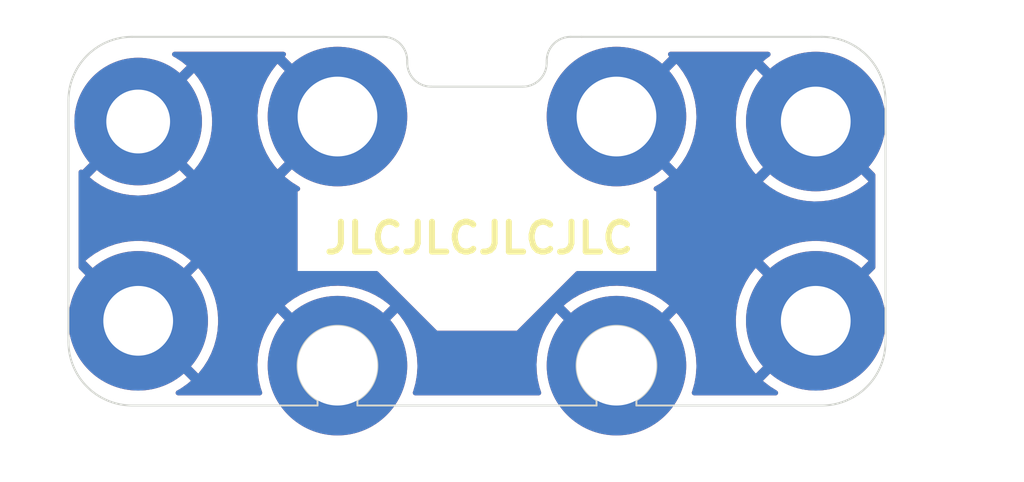
<source format=kicad_pcb>
(kicad_pcb (version 20211014) (generator pcbnew)
  (layers (0 "F.Cu" signal) (31 "B.Cu" signal) (34 "B.Paste" user) (35 "F.Paste" user) (36 "B.SilkS" user "B.Silkscreen") (37 "F.SilkS" user "F.Silkscreen") (38 "B.Mask" user) (39 "F.Mask" user) (44 "Edge.Cuts" user))
  (net 0 "")
  (net 1 "GND")
  (footprint "MountingHole:MountingHole_3.5mm_Pad" (layer "F.Cu") (at 17 47.75)
    (fp_text reference "H103")
    (fp_text value "MountingHole_Pad")
    (pad "1" thru_hole circle locked (at 0 0) (size 7 7) (drill 3.5) (layers *.Cu *.Mask) (net 1 "GND"))
  )
  (footprint "MountingHole:MountingHole_4mm_Pad" (layer "F.Cu") (at 27 50)
    (fp_text reference "H107")
    (fp_text value "MountingHole_Pad")
    (pad "1" thru_hole circle locked (at 0 0) (size 7 7) (drill 4) (layers *.Cu "F.Mask") (net 1 "GND"))
  )
  (footprint "MountingHole:MountingHole_4mm_Pad" (layer "F.Cu") (at 27 37.5)
    (fp_text reference "H105")
    (fp_text value "MountingHole_Pad")
    (pad "1" thru_hole circle locked (at 0 0) (size 7 7) (drill 4) (layers *.Cu "F.Mask") (net 1 "GND"))
  )
  (footprint "MountingHole:MountingHole_4mm_Pad" (layer "F.Cu") (at 41 37.5)
    (fp_text reference "H106")
    (fp_text value "MountingHole_Pad")
    (pad "1" thru_hole circle locked (at 0 0) (size 7 7) (drill 4) (layers *.Cu "F.Mask") (net 1 "GND"))
  )
  (footprint "MountingHole:MountingHole_3.5mm_Pad" (layer "F.Cu") (at 51 37.75)
    (fp_text reference "H102")
    (fp_text value "MountingHole_Pad")
    (pad "1" thru_hole circle locked (at 0 0) (size 7 7) (drill 3.5) (layers *.Cu *.Mask) (net 1 "GND"))
  )
  (footprint "MountingHole:MountingHole_3.5mm_Pad" (layer "F.Cu") (at 51 47.75)
    (fp_text reference "H104")
    (fp_text value "MountingHole_Pad")
    (pad "1" thru_hole circle locked (at 0 0) (size 7 7) (drill 3.5) (layers *.Cu *.Mask) (net 1 "GND"))
  )
  (footprint "MountingHole:MountingHole_4mm_Pad" (layer "F.Cu") (at 41 50)
    (fp_text reference "H108")
    (fp_text value "MountingHole_Pad")
    (pad "1" thru_hole circle locked (at 0 0) (size 7 7) (drill 4) (layers *.Cu "F.Mask") (net 1 "GND"))
  )
  (footprint "MountingHole:MountingHole_3.2mm_M3_Pad" (layer "F.Cu") (at 17 37.75)
    (fp_text reference "H101")
    (fp_text value "MountingHole_Pad")
    (pad "1" thru_hole circle locked (at 0 0) (size 6.4 6.4) (drill 3.2) (layers *.Cu *.Mask) (net 1 "GND"))
  )
  (gr_line (start 30.5 34.8) (end 30.5 34.7) (layer "Edge.Cuts") (width 0.1))
  (gr_arc (start 37.499998 34.699998) (mid 37.851471 33.85147) (end 38.7 33.5) (layer "Edge.Cuts") (width 0.1))
  (gr_line (start 42 51.73205) (end 42 52) (layer "Edge.Cuts") (width 0.1))
  (gr_line (start 16.7 33.5) (end 29.3 33.5) (layer "Edge.Cuts") (width 0.1))
  (gr_arc (start 16.7 52) (mid 14.437258 51.062742) (end 13.5 48.8) (layer "Edge.Cuts") (width 0.1))
  (gr_line (start 28 52) (end 40 52) (layer "Edge.Cuts") (width 0.1))
  (gr_line (start 50.75 33.5) (end 51.3 33.5) (layer "Edge.Cuts") (width 0.1))
  (gr_line (start 13.5 48.8) (end 13.5 36.7) (layer "Edge.Cuts") (width 0.1))
  (gr_arc (start 13.5 36.7) (mid 14.437258 34.437258) (end 16.7 33.5) (layer "Edge.Cuts") (width 0.1))
  (gr_line (start 39.25 33.5) (end 50.75 33.5) (layer "Edge.Cuts") (width 0.1))
  (gr_arc (start 40.000001 51.73205) (mid 41 48.000001) (end 42 51.73205) (layer "Edge.Cuts") (width 0.1))
  (gr_line (start 42 52) (end 51.3 52) (layer "Edge.Cuts") (width 0.1))
  (gr_arc (start 29.3 33.5) (mid 30.148528 33.851472) (end 30.5 34.7) (layer "Edge.Cuts") (width 0.1))
  (gr_line (start 39.25 33.5) (end 38.7 33.5) (layer "Edge.Cuts") (width 0.1))
  (gr_line (start 36.3 36) (end 31.7 36) (layer "Edge.Cuts") (width 0.1))
  (gr_arc (start 26.000001 51.73205) (mid 27 48.000001) (end 28 51.73205) (layer "Edge.Cuts") (width 0.1))
  (gr_line (start 28 51.73205) (end 28 52) (layer "Edge.Cuts") (width 0.1))
  (gr_line (start 40 52) (end 40 51.73205) (layer "Edge.Cuts") (width 0.1))
  (gr_arc (start 54.5 48.8) (mid 53.562742 51.062742) (end 51.3 52) (layer "Edge.Cuts") (width 0.1))
  (gr_line (start 26 52) (end 26 51.73205) (layer "Edge.Cuts") (width 0.1))
  (gr_arc (start 37.5 34.8) (mid 37.148528 35.648528) (end 36.3 36) (layer "Edge.Cuts") (width 0.1))
  (gr_arc (start 51.3 33.5) (mid 53.562742 34.437258) (end 54.5 36.7) (layer "Edge.Cuts") (width 0.1))
  (gr_line (start 37.5 34.7) (end 37.5 34.8) (layer "Edge.Cuts") (width 0.1))
  (gr_arc (start 31.7 36) (mid 30.851472 35.648528) (end 30.5 34.8) (layer "Edge.Cuts") (width 0.1))
  (gr_line (start 54.5 36.7) (end 54.5 48.8) (layer "Edge.Cuts") (width 0.1))
  (gr_line (start 16.7 52) (end 26 52) (layer "Edge.Cuts") (width 0.1))
  (gr_text "JLCJLCJLCJLC" (at 34.1 43.6) (layer "F.SilkS") (effects (font (size 1.5 1.5) (thickness 0.3))))
  (zone (net 0) (net_name "") (layers F&B.Cu) (connect_pads (clearance 0)) (min_thickness 0.254)
    (keepout (tracks allowed) (vias allowed) (pads allowed) (copperpour not_allowed) (footprints allowed))
    (fill (thermal_gap 0.508) (thermal_bridge_width 0.508))
    (polygon (pts (xy 41 41.25) (xy 43 41.25) (xy 43 45.25) (xy 39 45.25) (xy 36 48.25) (xy 32 48.25) (xy 29 45.25) (xy 25 45.25) (xy 25 41.25) (xy 27 41.25) (xy 27 36.25) (xy 41 36.25)))
  )
  (zone (net 1) (net_name "GND") (layers F&B.Cu) (priority 2) (connect_pads (clearance 0.508)) (min_thickness 0.254) (fill yes (thermal_gap 0.508) (thermal_bridge_width 0.508) (smoothing fillet) (radius 1))
    (polygon (pts (xy 55 52.25) (xy 13 52.25) (xy 13 34.25) (xy 55 34.25)))
  )
)
</source>
